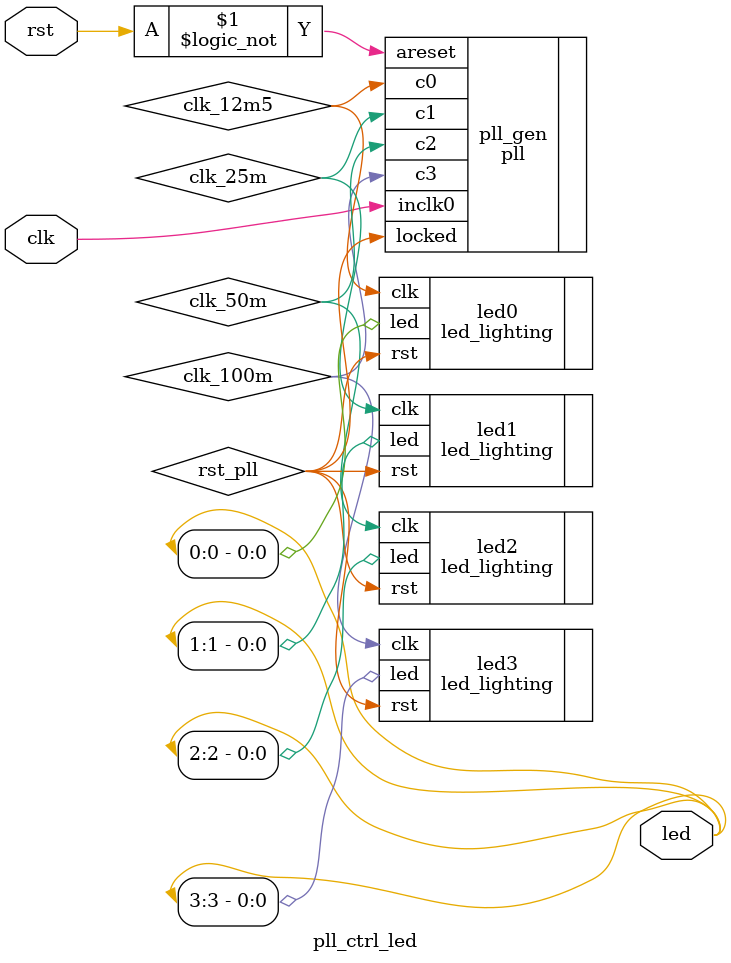
<source format=v>
module pll_ctrl_led(
	clk,
	rst,
	led
);

input clk;
input rst;

output [3:0]led;

wire clk_12m5;
wire clk_25m;
wire clk_50m;
wire clk_100m;
wire rst_pll;

pll pll_gen (
	.areset ( !rst ),
	.inclk0 ( clk ),
	.c0 ( clk_12m5 ),
	.c1 ( clk_25m ),
	.c2 ( clk_50m ),
	.c3 ( clk_100m ),
	.locked ( rst_pll )
	);

led_lighting #(23)led0(
	.clk(clk_12m5),
	.rst(rst_pll),
	.led(led[0])
);

led_lighting #(24) led1(
	.clk(clk_25m),
	.rst(rst_pll),
	.led(led[1])
);

led_lighting #(25)led2(
	.clk(clk_50m),
	.rst(rst_pll),
	.led(led[2])
);

led_lighting #(26)led3(
	.clk(clk_100m),
	.rst(rst_pll),
	.led(led[3])
);


endmodule 
</source>
